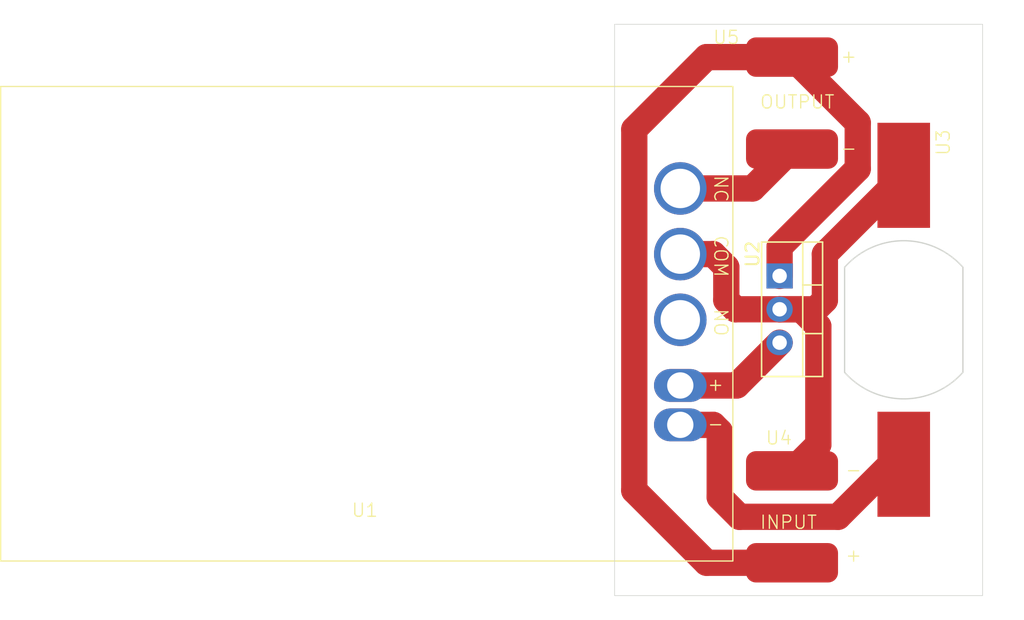
<source format=kicad_pcb>
(kicad_pcb (version 20240108) (generator "pcbnew") (generator_version "8.0")
  (layers (0 "F.Cu" signal) (31 "B.Cu" signal) (34 "B.Paste" user) (35 "F.Paste" user) (36 "B.SilkS" user "B.Silkscreen") (37 "F.SilkS" user "F.Silkscreen") (38 "B.Mask" user) (39 "F.Mask" user) (44 "Edge.Cuts" user))
  (net 0 "")
  (net 1 "Net-(U1-NC)")
  (net 2 "/12V")
  (net 4 "Net-(U1--)")
  (net 5 "GND")
  (net 6 "/24V")
  (footprint "sbb:Mxuteuk_Latching_Mini_Switch" (layer "F.Cu") (at 162 77 -90)
    (property "Reference" "U3" (at -13.5 -3 90) (layer "F.SilkS") (effects (font (thickness 0.1))))
    (property "Value" "Mxuteuk_Latching_Mini_Switch")
    (fp_line (start -4 4.5) (end 4 4.5) (stroke (width 0.1)) (layer "Edge.Cuts"))
    (fp_line (start -4 -4.5) (end 4 -4.5) (stroke (width 0.1)) (layer "Edge.Cuts"))
    (fp_arc (start -4 4.5) (mid -6.020797 0) (end -4 -4.5) (stroke (width 0.1)) (layer "Edge.Cuts"))
    (fp_arc (start 4 -4.5) (mid 6.020797 0) (end 4 4.5) (stroke (width 0.1)) (layer "Edge.Cuts"))
    (pad "1" smd rect (at -11 0 270) (size 8 4) (layers "F.Cu" "F.Paste" "F.Mask") (net 5 "GND"))
    (pad "2" smd rect (at 11 0 270) (size 8 4) (layers "F.Cu" "F.Paste" "F.Mask") (net 4 "Net-(U1--)"))
  )
  (footprint "MountingHole:MountingHole_2.1mm" (layer "F.Cu") (at 166 57)
    (property "Reference" "H1" (hide yes))
    (property "Value" "MountingHole")
    (pad "" np_thru_hole circle (at 0 0) (size 2.1 2.1) (drill 2.1) (layers "*.Cu" "*.Mask"))
  )
  (footprint "sbb:Two_Cables" (layer "F.Cu") (at 153.5 92.5)
    (property "Reference" "U4" (at -1 -6.5 0) (layer "F.SilkS") (effects (font (thickness 0.1))))
    (property "Value" "Two_Cables")
    (fp_text user "-" (at 4 -3.5 0) (layer "F.SilkS") (effects (font (thickness 0.1)) (justify left bottom)))
    (fp_text user "+" (at 4 3 0) (layer "F.SilkS") (effects (font (thickness 0.1)) (justify left bottom)))
    (pad "1" smd roundrect (at 0 -4) (size 7 3) (layers "F.Cu" "F.Paste" "F.Mask") (net 5 "GND"))
    (pad "2" smd roundrect (at 0 3) (size 7 3) (layers "F.Cu" "F.Paste" "F.Mask") (net 6 "/24V"))
  )
  (footprint "sbb:Two_Cables" (layer "F.Cu") (at 153.5 60 180)
    (property "Reference" "U5" (at 5 4.5 0) (layer "F.SilkS") (effects (font (thickness 0.1))))
    (property "Value" "Two_Cables")
    (fp_text user "+" (at -5 3.5 180) (layer "F.SilkS") (effects (font (thickness 0.1)) (justify left bottom)))
    (fp_text user "-" (at -5 -3.5 180) (layer "F.SilkS") (effects (font (thickness 0.1)) (justify left bottom)))
    (pad "1" smd roundrect (at 0 -4 180) (size 7 3) (layers "F.Cu" "F.Paste" "F.Mask") (net 1 "Net-(U1-NC)"))
    (pad "2" smd roundrect (at 0 3 180) (size 7 3) (layers "F.Cu" "F.Paste" "F.Mask") (net 6 "/24V"))
  )
  (footprint "sbb:SIM800C_Breakout_Board" (layer "F.Cu") (at 145 85)
    (property "Reference" "U1" (at -24 6.5 0) (layer "F.SilkS") (effects (font (thickness 0.1))))
    (property "Value" "SIM800C_Breakout_Board")
    (fp_rect (start -51.704 10.366) (end 4 -25.764) (stroke (width 0.1)) (fill none) (layer "F.SilkS"))
    (fp_text user "NC" (at 2.5 -19.072 -90) (layer "F.SilkS") (effects (font (thickness 0.1)) (justify left bottom)))
    (fp_text user "+" (at 2 -2.5 0) (layer "F.SilkS") (effects (font (thickness 0.1)) (justify left bottom)))
    (fp_text user "COM" (at 2.5 -14.5 -90) (layer "F.SilkS") (effects (font (thickness 0.1)) (justify left bottom)))
    (fp_text user "NO" (at 2.5 -8.912 -90) (layer "F.SilkS") (effects (font (thickness 0.1)) (justify left bottom)))
    (fp_text user "-" (at 2 0.5 0) (layer "F.SilkS") (effects (font (thickness 0.1)) (justify left bottom)))
    (pad "1" thru_hole oval (at 0 0) (size 4 2.5) (drill 2) (layers "*.Cu" "*.Mask") (net 4 "Net-(U1--)"))
    (pad "2" thru_hole oval (at 0 -3) (size 4 2.5) (drill 2) (layers "*.Cu" "*.Mask") (net 2 "/12V"))
    (pad "3" thru_hole circle (at 0 -8) (size 4 4) (drill 3) (layers "*.Cu" "*.Mask"))
    (pad "4" thru_hole circle (at 0 -13) (size 4 4) (drill 3) (layers "*.Cu" "*.Mask") (net 5 "GND"))
    (pad "5" thru_hole circle (at 0 -18) (size 4 4) (drill 3) (layers "*.Cu" "*.Mask") (net 1 "Net-(U1-NC)"))
  )
  (footprint "Package_TO_SOT_THT:TO-220-3_Vertical" (layer "F.Cu") (at 152.555 73.66 -90)
    (property "Reference" "U2" (at -1.66 2.055 90) (layer "F.SilkS"))
    (property "Value" "LM7812_TO220")
    (fp_line (start -2.58 1.371) (end 7.66 1.371) (stroke (width 0.12)) (layer "F.SilkS"))
    (fp_line (start -2.58 -1.76) (end 7.66 -1.76) (stroke (width 0.12)) (layer "F.SilkS"))
    (fp_line (start -2.58 -3.27) (end -2.58 1.371) (stroke (width 0.12)) (layer "F.SilkS"))
    (fp_line (start -2.58 -3.27) (end 7.66 -3.27) (stroke (width 0.12)) (layer "F.SilkS"))
    (fp_line (start 0.69 -3.27) (end 0.69 -1.76) (stroke (width 0.12)) (layer "F.SilkS"))
    (fp_line (start 4.391 -3.27) (end 4.391 -1.76) (stroke (width 0.12)) (layer "F.SilkS"))
    (fp_line (start 7.66 -3.27) (end 7.66 1.371) (stroke (width 0.12)) (layer "F.SilkS"))
    (pad "1" thru_hole rect (at 0 0 270) (size 1.905 2) (drill 1.1) (layers "*.Cu" "*.Mask") (net 6 "/24V"))
    (pad "2" thru_hole oval (at 2.54 0 270) (size 1.905 2) (drill 1.1) (layers "*.Cu" "*.Mask") (net 5 "GND"))
    (pad "3" thru_hole oval (at 5.08 0 270) (size 1.905 2) (drill 1.1) (layers "*.Cu" "*.Mask") (net 2 "/12V"))
  )
  (footprint "MountingHole:MountingHole_2.1mm" (layer "F.Cu") (at 166 95)
    (property "Reference" "H2" (hide yes))
    (property "Value" "MountingHole")
    (pad "" np_thru_hole circle (at 0 0) (size 2.1 2.1) (drill 2.1) (layers "*.Cu" "*.Mask"))
  )
  (gr_rect (start 140 54.5) (end 168 98) (stroke (width 0.05)) (fill none) (layer "Edge.Cuts"))
  (gr_text "INPUT" (at 151 93 0) (layer "F.SilkS") (effects (font (size 1 1) (thickness 0.1)) (justify left bottom)))
  (gr_text "OUTPUT" (at 151 61 0) (layer "F.SilkS") (effects (font (size 1 1) (thickness 0.1)) (justify left bottom)))
  (segment (start 145 67) (end 150.5 67) (width 2) (layer "F.Cu") (net 1))
  (segment (start 150.5 67) (end 153.5 64) (width 2) (layer "F.Cu") (net 1))
  (segment (start 145 82) (end 149.295 82) (width 2) (layer "F.Cu") (net 2))
  (segment (start 149.295 82) (end 152.555 78.74) (width 2) (layer "F.Cu") (net 2))
  (segment (start 147.5 85) (end 148 85.5) (width 2) (layer "F.Cu") (net 4))
  (segment (start 148 90.5) (end 149.5 92) (width 2) (layer "F.Cu") (net 4))
  (segment (start 148 85.5) (end 148 90.5) (width 2) (layer "F.Cu") (net 4))
  (segment (start 149.5 92) (end 157 92) (width 2) (layer "F.Cu") (net 4))
  (segment (start 157 92) (end 162 87) (width 2) (layer "F.Cu") (net 4))
  (segment (start 145 85) (end 147.5 85) (width 2) (layer "F.Cu") (net 4))
  (segment (start 154.2 76.2) (end 152.555 76.2) (width 2) (layer "F.Cu") (net 5))
  (segment (start 147.5 72) (end 148.5 73) (width 2) (layer "F.Cu") (net 5))
  (segment (start 152.555 76.2) (end 155.3 76.2) (width 2) (layer "F.Cu") (net 5))
  (segment (start 162 66) (end 162 65) (width 2) (layer "F.Cu") (net 5))
  (segment (start 155.5 77.5) (end 154.2 76.2) (width 2) (layer "F.Cu") (net 5))
  (segment (start 145 72) (end 147.5 72) (width 2) (layer "F.Cu") (net 5))
  (segment (start 153.5 88.5) (end 155.5 86.5) (width 2) (layer "F.Cu") (net 5))
  (segment (start 155.3 76.2) (end 156 75.5) (width 2) (layer "F.Cu") (net 5))
  (segment (start 148.5 75.5) (end 149.2 76.2) (width 2) (layer "F.Cu") (net 5))
  (segment (start 148.5 73) (end 148.5 75.5) (width 2) (layer "F.Cu") (net 5))
  (segment (start 156 72) (end 162 66) (width 2) (layer "F.Cu") (net 5))
  (segment (start 155.5 86.5) (end 155.5 77.5) (width 2) (layer "F.Cu") (net 5))
  (segment (start 156 75.5) (end 156 72) (width 2) (layer "F.Cu") (net 5))
  (segment (start 149.2 76.2) (end 152.555 76.2) (width 2) (layer "F.Cu") (net 5))
  (segment (start 153.5 95.5) (end 147 95.5) (width 2) (layer "F.Cu") (net 6))
  (segment (start 152.555 73.66) (end 152.555 71.445) (width 2) (layer "F.Cu") (net 6))
  (segment (start 158.5 65.5) (end 158.5 62) (width 2) (layer "F.Cu") (net 6))
  (segment (start 147 57) (end 153.5 57) (width 2) (layer "F.Cu") (net 6))
  (segment (start 152.555 71.445) (end 158.5 65.5) (width 2) (layer "F.Cu") (net 6))
  (segment (start 147 95.5) (end 141.5 90) (width 2) (layer "F.Cu") (net 6))
  (segment (start 158.5 62) (end 153.5 57) (width 2) (layer "F.Cu") (net 6))
  (segment (start 141.5 90) (end 141.5 62.5) (width 2) (layer "F.Cu") (net 6))
  (segment (start 141.5 62.5) (end 147 57) (width 2) (layer "F.Cu") (net 6))
)
</source>
